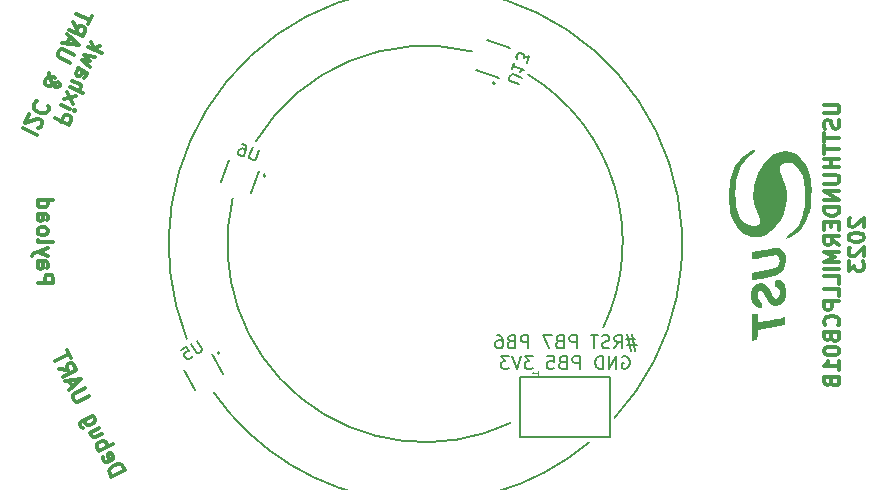
<source format=gbr>
%TF.GenerationSoftware,KiCad,Pcbnew,7.0.5.1-1-g8f565ef7f0-dirty-deb11*%
%TF.CreationDate,2023-07-04T07:58:52+00:00*%
%TF.ProjectId,USTTHUNDERMILLPCB01,55535454-4855-44e4-9445-524d494c4c50,rev?*%
%TF.SameCoordinates,Original*%
%TF.FileFunction,Legend,Bot*%
%TF.FilePolarity,Positive*%
%FSLAX46Y46*%
G04 Gerber Fmt 4.6, Leading zero omitted, Abs format (unit mm)*
G04 Created by KiCad (PCBNEW 7.0.5.1-1-g8f565ef7f0-dirty-deb11) date 2023-07-04 07:58:52*
%MOMM*%
%LPD*%
G01*
G04 APERTURE LIST*
%ADD10C,0.150000*%
%ADD11C,0.200000*%
%ADD12C,0.300000*%
%ADD13C,0.050000*%
%ADD14C,0.127000*%
G04 APERTURE END LIST*
D10*
X15996943Y-14728893D02*
G75*
G03*
X-20199999Y-8050000I-15996943J14728893D01*
G01*
X-17923152Y-12566128D02*
G75*
G03*
X13850000Y-16800000I17823152J12416128D01*
G01*
X-16322018Y3867063D02*
G75*
G03*
X7200000Y-15149998I16322018J-3867063D01*
G01*
X3962401Y16306805D02*
G75*
G03*
X-14350000Y8700000I-3962401J-16306805D01*
G01*
X15057712Y-7051861D02*
G75*
G03*
X8700000Y14349998I-14957712J7201861D01*
G01*
D11*
X17769047Y-8079647D02*
X16983332Y-8079647D01*
X17454761Y-7608219D02*
X17769047Y-9022504D01*
X17088094Y-8551076D02*
X17873809Y-8551076D01*
X17402380Y-9022504D02*
X17088094Y-7608219D01*
X15988094Y-8812980D02*
X16354761Y-8289171D01*
X16616666Y-8812980D02*
X16616666Y-7712980D01*
X16616666Y-7712980D02*
X16197618Y-7712980D01*
X16197618Y-7712980D02*
X16092856Y-7765361D01*
X16092856Y-7765361D02*
X16040475Y-7817742D01*
X16040475Y-7817742D02*
X15988094Y-7922504D01*
X15988094Y-7922504D02*
X15988094Y-8079647D01*
X15988094Y-8079647D02*
X16040475Y-8184409D01*
X16040475Y-8184409D02*
X16092856Y-8236790D01*
X16092856Y-8236790D02*
X16197618Y-8289171D01*
X16197618Y-8289171D02*
X16616666Y-8289171D01*
X15569047Y-8760600D02*
X15411904Y-8812980D01*
X15411904Y-8812980D02*
X15149999Y-8812980D01*
X15149999Y-8812980D02*
X15045237Y-8760600D01*
X15045237Y-8760600D02*
X14992856Y-8708219D01*
X14992856Y-8708219D02*
X14940475Y-8603457D01*
X14940475Y-8603457D02*
X14940475Y-8498695D01*
X14940475Y-8498695D02*
X14992856Y-8393933D01*
X14992856Y-8393933D02*
X15045237Y-8341552D01*
X15045237Y-8341552D02*
X15149999Y-8289171D01*
X15149999Y-8289171D02*
X15359523Y-8236790D01*
X15359523Y-8236790D02*
X15464285Y-8184409D01*
X15464285Y-8184409D02*
X15516666Y-8132028D01*
X15516666Y-8132028D02*
X15569047Y-8027266D01*
X15569047Y-8027266D02*
X15569047Y-7922504D01*
X15569047Y-7922504D02*
X15516666Y-7817742D01*
X15516666Y-7817742D02*
X15464285Y-7765361D01*
X15464285Y-7765361D02*
X15359523Y-7712980D01*
X15359523Y-7712980D02*
X15097618Y-7712980D01*
X15097618Y-7712980D02*
X14940475Y-7765361D01*
X14626190Y-7712980D02*
X13997618Y-7712980D01*
X14311904Y-8812980D02*
X14311904Y-7712980D01*
X12792857Y-8812980D02*
X12792857Y-7712980D01*
X12792857Y-7712980D02*
X12373809Y-7712980D01*
X12373809Y-7712980D02*
X12269047Y-7765361D01*
X12269047Y-7765361D02*
X12216666Y-7817742D01*
X12216666Y-7817742D02*
X12164285Y-7922504D01*
X12164285Y-7922504D02*
X12164285Y-8079647D01*
X12164285Y-8079647D02*
X12216666Y-8184409D01*
X12216666Y-8184409D02*
X12269047Y-8236790D01*
X12269047Y-8236790D02*
X12373809Y-8289171D01*
X12373809Y-8289171D02*
X12792857Y-8289171D01*
X11326190Y-8236790D02*
X11169047Y-8289171D01*
X11169047Y-8289171D02*
X11116666Y-8341552D01*
X11116666Y-8341552D02*
X11064285Y-8446314D01*
X11064285Y-8446314D02*
X11064285Y-8603457D01*
X11064285Y-8603457D02*
X11116666Y-8708219D01*
X11116666Y-8708219D02*
X11169047Y-8760600D01*
X11169047Y-8760600D02*
X11273809Y-8812980D01*
X11273809Y-8812980D02*
X11692857Y-8812980D01*
X11692857Y-8812980D02*
X11692857Y-7712980D01*
X11692857Y-7712980D02*
X11326190Y-7712980D01*
X11326190Y-7712980D02*
X11221428Y-7765361D01*
X11221428Y-7765361D02*
X11169047Y-7817742D01*
X11169047Y-7817742D02*
X11116666Y-7922504D01*
X11116666Y-7922504D02*
X11116666Y-8027266D01*
X11116666Y-8027266D02*
X11169047Y-8132028D01*
X11169047Y-8132028D02*
X11221428Y-8184409D01*
X11221428Y-8184409D02*
X11326190Y-8236790D01*
X11326190Y-8236790D02*
X11692857Y-8236790D01*
X10697619Y-7712980D02*
X9964285Y-7712980D01*
X9964285Y-7712980D02*
X10435714Y-8812980D01*
X8707143Y-8812980D02*
X8707143Y-7712980D01*
X8707143Y-7712980D02*
X8288095Y-7712980D01*
X8288095Y-7712980D02*
X8183333Y-7765361D01*
X8183333Y-7765361D02*
X8130952Y-7817742D01*
X8130952Y-7817742D02*
X8078571Y-7922504D01*
X8078571Y-7922504D02*
X8078571Y-8079647D01*
X8078571Y-8079647D02*
X8130952Y-8184409D01*
X8130952Y-8184409D02*
X8183333Y-8236790D01*
X8183333Y-8236790D02*
X8288095Y-8289171D01*
X8288095Y-8289171D02*
X8707143Y-8289171D01*
X7240476Y-8236790D02*
X7083333Y-8289171D01*
X7083333Y-8289171D02*
X7030952Y-8341552D01*
X7030952Y-8341552D02*
X6978571Y-8446314D01*
X6978571Y-8446314D02*
X6978571Y-8603457D01*
X6978571Y-8603457D02*
X7030952Y-8708219D01*
X7030952Y-8708219D02*
X7083333Y-8760600D01*
X7083333Y-8760600D02*
X7188095Y-8812980D01*
X7188095Y-8812980D02*
X7607143Y-8812980D01*
X7607143Y-8812980D02*
X7607143Y-7712980D01*
X7607143Y-7712980D02*
X7240476Y-7712980D01*
X7240476Y-7712980D02*
X7135714Y-7765361D01*
X7135714Y-7765361D02*
X7083333Y-7817742D01*
X7083333Y-7817742D02*
X7030952Y-7922504D01*
X7030952Y-7922504D02*
X7030952Y-8027266D01*
X7030952Y-8027266D02*
X7083333Y-8132028D01*
X7083333Y-8132028D02*
X7135714Y-8184409D01*
X7135714Y-8184409D02*
X7240476Y-8236790D01*
X7240476Y-8236790D02*
X7607143Y-8236790D01*
X6035714Y-7712980D02*
X6245238Y-7712980D01*
X6245238Y-7712980D02*
X6350000Y-7765361D01*
X6350000Y-7765361D02*
X6402381Y-7817742D01*
X6402381Y-7817742D02*
X6507143Y-7974885D01*
X6507143Y-7974885D02*
X6559524Y-8184409D01*
X6559524Y-8184409D02*
X6559524Y-8603457D01*
X6559524Y-8603457D02*
X6507143Y-8708219D01*
X6507143Y-8708219D02*
X6454762Y-8760600D01*
X6454762Y-8760600D02*
X6350000Y-8812980D01*
X6350000Y-8812980D02*
X6140476Y-8812980D01*
X6140476Y-8812980D02*
X6035714Y-8760600D01*
X6035714Y-8760600D02*
X5983333Y-8708219D01*
X5983333Y-8708219D02*
X5930952Y-8603457D01*
X5930952Y-8603457D02*
X5930952Y-8341552D01*
X5930952Y-8341552D02*
X5983333Y-8236790D01*
X5983333Y-8236790D02*
X6035714Y-8184409D01*
X6035714Y-8184409D02*
X6140476Y-8132028D01*
X6140476Y-8132028D02*
X6350000Y-8132028D01*
X6350000Y-8132028D02*
X6454762Y-8184409D01*
X6454762Y-8184409D02*
X6507143Y-8236790D01*
X6507143Y-8236790D02*
X6559524Y-8341552D01*
X16669046Y-9536361D02*
X16773808Y-9483980D01*
X16773808Y-9483980D02*
X16930951Y-9483980D01*
X16930951Y-9483980D02*
X17088094Y-9536361D01*
X17088094Y-9536361D02*
X17192856Y-9641123D01*
X17192856Y-9641123D02*
X17245237Y-9745885D01*
X17245237Y-9745885D02*
X17297618Y-9955409D01*
X17297618Y-9955409D02*
X17297618Y-10112552D01*
X17297618Y-10112552D02*
X17245237Y-10322076D01*
X17245237Y-10322076D02*
X17192856Y-10426838D01*
X17192856Y-10426838D02*
X17088094Y-10531600D01*
X17088094Y-10531600D02*
X16930951Y-10583980D01*
X16930951Y-10583980D02*
X16826189Y-10583980D01*
X16826189Y-10583980D02*
X16669046Y-10531600D01*
X16669046Y-10531600D02*
X16616665Y-10479219D01*
X16616665Y-10479219D02*
X16616665Y-10112552D01*
X16616665Y-10112552D02*
X16826189Y-10112552D01*
X16145237Y-10583980D02*
X16145237Y-9483980D01*
X16145237Y-9483980D02*
X15516665Y-10583980D01*
X15516665Y-10583980D02*
X15516665Y-9483980D01*
X14992856Y-10583980D02*
X14992856Y-9483980D01*
X14992856Y-9483980D02*
X14730951Y-9483980D01*
X14730951Y-9483980D02*
X14573808Y-9536361D01*
X14573808Y-9536361D02*
X14469046Y-9641123D01*
X14469046Y-9641123D02*
X14416665Y-9745885D01*
X14416665Y-9745885D02*
X14364284Y-9955409D01*
X14364284Y-9955409D02*
X14364284Y-10112552D01*
X14364284Y-10112552D02*
X14416665Y-10322076D01*
X14416665Y-10322076D02*
X14469046Y-10426838D01*
X14469046Y-10426838D02*
X14573808Y-10531600D01*
X14573808Y-10531600D02*
X14730951Y-10583980D01*
X14730951Y-10583980D02*
X14992856Y-10583980D01*
X13054761Y-10583980D02*
X13054761Y-9483980D01*
X13054761Y-9483980D02*
X12635713Y-9483980D01*
X12635713Y-9483980D02*
X12530951Y-9536361D01*
X12530951Y-9536361D02*
X12478570Y-9588742D01*
X12478570Y-9588742D02*
X12426189Y-9693504D01*
X12426189Y-9693504D02*
X12426189Y-9850647D01*
X12426189Y-9850647D02*
X12478570Y-9955409D01*
X12478570Y-9955409D02*
X12530951Y-10007790D01*
X12530951Y-10007790D02*
X12635713Y-10060171D01*
X12635713Y-10060171D02*
X13054761Y-10060171D01*
X11588094Y-10007790D02*
X11430951Y-10060171D01*
X11430951Y-10060171D02*
X11378570Y-10112552D01*
X11378570Y-10112552D02*
X11326189Y-10217314D01*
X11326189Y-10217314D02*
X11326189Y-10374457D01*
X11326189Y-10374457D02*
X11378570Y-10479219D01*
X11378570Y-10479219D02*
X11430951Y-10531600D01*
X11430951Y-10531600D02*
X11535713Y-10583980D01*
X11535713Y-10583980D02*
X11954761Y-10583980D01*
X11954761Y-10583980D02*
X11954761Y-9483980D01*
X11954761Y-9483980D02*
X11588094Y-9483980D01*
X11588094Y-9483980D02*
X11483332Y-9536361D01*
X11483332Y-9536361D02*
X11430951Y-9588742D01*
X11430951Y-9588742D02*
X11378570Y-9693504D01*
X11378570Y-9693504D02*
X11378570Y-9798266D01*
X11378570Y-9798266D02*
X11430951Y-9903028D01*
X11430951Y-9903028D02*
X11483332Y-9955409D01*
X11483332Y-9955409D02*
X11588094Y-10007790D01*
X11588094Y-10007790D02*
X11954761Y-10007790D01*
X10330951Y-9483980D02*
X10854761Y-9483980D01*
X10854761Y-9483980D02*
X10907142Y-10007790D01*
X10907142Y-10007790D02*
X10854761Y-9955409D01*
X10854761Y-9955409D02*
X10749999Y-9903028D01*
X10749999Y-9903028D02*
X10488094Y-9903028D01*
X10488094Y-9903028D02*
X10383332Y-9955409D01*
X10383332Y-9955409D02*
X10330951Y-10007790D01*
X10330951Y-10007790D02*
X10278570Y-10112552D01*
X10278570Y-10112552D02*
X10278570Y-10374457D01*
X10278570Y-10374457D02*
X10330951Y-10479219D01*
X10330951Y-10479219D02*
X10383332Y-10531600D01*
X10383332Y-10531600D02*
X10488094Y-10583980D01*
X10488094Y-10583980D02*
X10749999Y-10583980D01*
X10749999Y-10583980D02*
X10854761Y-10531600D01*
X10854761Y-10531600D02*
X10907142Y-10479219D01*
X9073809Y-9483980D02*
X8392856Y-9483980D01*
X8392856Y-9483980D02*
X8759523Y-9903028D01*
X8759523Y-9903028D02*
X8602380Y-9903028D01*
X8602380Y-9903028D02*
X8497618Y-9955409D01*
X8497618Y-9955409D02*
X8445237Y-10007790D01*
X8445237Y-10007790D02*
X8392856Y-10112552D01*
X8392856Y-10112552D02*
X8392856Y-10374457D01*
X8392856Y-10374457D02*
X8445237Y-10479219D01*
X8445237Y-10479219D02*
X8497618Y-10531600D01*
X8497618Y-10531600D02*
X8602380Y-10583980D01*
X8602380Y-10583980D02*
X8916666Y-10583980D01*
X8916666Y-10583980D02*
X9021428Y-10531600D01*
X9021428Y-10531600D02*
X9073809Y-10479219D01*
X8078571Y-9483980D02*
X7711904Y-10583980D01*
X7711904Y-10583980D02*
X7345237Y-9483980D01*
X7083333Y-9483980D02*
X6402380Y-9483980D01*
X6402380Y-9483980D02*
X6769047Y-9903028D01*
X6769047Y-9903028D02*
X6611904Y-9903028D01*
X6611904Y-9903028D02*
X6507142Y-9955409D01*
X6507142Y-9955409D02*
X6454761Y-10007790D01*
X6454761Y-10007790D02*
X6402380Y-10112552D01*
X6402380Y-10112552D02*
X6402380Y-10374457D01*
X6402380Y-10374457D02*
X6454761Y-10479219D01*
X6454761Y-10479219D02*
X6507142Y-10531600D01*
X6507142Y-10531600D02*
X6611904Y-10583980D01*
X6611904Y-10583980D02*
X6926190Y-10583980D01*
X6926190Y-10583980D02*
X7030952Y-10531600D01*
X7030952Y-10531600D02*
X7083333Y-10479219D01*
D12*
X-31386788Y10629279D02*
X-30208588Y10079875D01*
X-30208588Y10079875D02*
X-29999292Y10528713D01*
X-29999292Y10528713D02*
X-30003072Y10667085D01*
X-30003072Y10667085D02*
X-30033015Y10749352D01*
X-30033015Y10749352D02*
X-30119062Y10857781D01*
X-30119062Y10857781D02*
X-30287377Y10936267D01*
X-30287377Y10936267D02*
X-30425748Y10932486D01*
X-30425748Y10932486D02*
X-30508015Y10902543D01*
X-30508015Y10902543D02*
X-30616444Y10816496D01*
X-30616444Y10816496D02*
X-30825741Y10367658D01*
X-30837385Y11807479D02*
X-30051918Y11441210D01*
X-29659185Y11258075D02*
X-29741451Y11228132D01*
X-29741451Y11228132D02*
X-29771394Y11310399D01*
X-29771394Y11310399D02*
X-29689127Y11340342D01*
X-29689127Y11340342D02*
X-29659185Y11258075D01*
X-29659185Y11258075D02*
X-29771394Y11310399D01*
X-30628088Y12256317D02*
X-29554838Y12507201D01*
X-29842621Y11890048D02*
X-30340305Y12873470D01*
X-30131008Y13322308D02*
X-28952808Y12772904D01*
X-29895550Y13827251D02*
X-29278397Y13539468D01*
X-29278397Y13539468D02*
X-29192350Y13431039D01*
X-29192350Y13431039D02*
X-29188569Y13292667D01*
X-29188569Y13292667D02*
X-29267055Y13124353D01*
X-29267055Y13124353D02*
X-29375484Y13038306D01*
X-29375484Y13038306D02*
X-29457751Y13008363D01*
X-29398470Y14893241D02*
X-28781318Y14605458D01*
X-28781318Y14605458D02*
X-28695270Y14497029D01*
X-28695270Y14497029D02*
X-28691490Y14358658D01*
X-28691490Y14358658D02*
X-28796138Y14134238D01*
X-28796138Y14134238D02*
X-28904567Y14048191D01*
X-29342365Y14867079D02*
X-29450794Y14781031D01*
X-29450794Y14781031D02*
X-29581605Y14500508D01*
X-29581605Y14500508D02*
X-29577824Y14362136D01*
X-29577824Y14362136D02*
X-29491777Y14253707D01*
X-29491777Y14253707D02*
X-29379567Y14201383D01*
X-29379567Y14201383D02*
X-29241196Y14205164D01*
X-29241196Y14205164D02*
X-29132767Y14291211D01*
X-29132767Y14291211D02*
X-29001956Y14571735D01*
X-29001956Y14571735D02*
X-28893527Y14657782D01*
X-28403707Y14975810D02*
X-29084525Y15566498D01*
X-29084525Y15566498D02*
X-28418829Y15529296D01*
X-28418829Y15529296D02*
X-28875229Y16015336D01*
X-28875229Y16015336D02*
X-27985114Y15873486D01*
X-28561284Y16688593D02*
X-27383083Y16139190D01*
X-28060121Y16591506D02*
X-28351987Y17137432D01*
X-27566520Y16771162D02*
X-28224655Y16531621D01*
X-34081634Y9802623D02*
X-32903434Y9253219D01*
X-32780185Y9810486D02*
X-32697918Y9840429D01*
X-32697918Y9840429D02*
X-32589489Y9926476D01*
X-32589489Y9926476D02*
X-32458679Y10207000D01*
X-32458679Y10207000D02*
X-32462459Y10345372D01*
X-32462459Y10345372D02*
X-32492402Y10427639D01*
X-32492402Y10427639D02*
X-32578449Y10536068D01*
X-32578449Y10536068D02*
X-32690659Y10588392D01*
X-32690659Y10588392D02*
X-32885135Y10610773D01*
X-32885135Y10610773D02*
X-33872337Y10251461D01*
X-33872337Y10251461D02*
X-33532230Y10980823D01*
X-32870617Y12106699D02*
X-32952884Y12076756D01*
X-32952884Y12076756D02*
X-33087475Y11934604D01*
X-33087475Y11934604D02*
X-33139799Y11822394D01*
X-33139799Y11822394D02*
X-33162181Y11627918D01*
X-33162181Y11627918D02*
X-33102295Y11463384D01*
X-33102295Y11463384D02*
X-33016248Y11354955D01*
X-33016248Y11354955D02*
X-32817991Y11194202D01*
X-32817991Y11194202D02*
X-32649677Y11115716D01*
X-32649677Y11115716D02*
X-32399095Y11067172D01*
X-32399095Y11067172D02*
X-32260724Y11070953D01*
X-32260724Y11070953D02*
X-32096190Y11130838D01*
X-32096190Y11130838D02*
X-31961599Y11272991D01*
X-31961599Y11272991D02*
X-31909275Y11385200D01*
X-31909275Y11385200D02*
X-31886893Y11579677D01*
X-31886893Y11579677D02*
X-31916836Y11661943D01*
X-31884019Y14515423D02*
X-31910181Y14459318D01*
X-31910181Y14459318D02*
X-31906401Y14320947D01*
X-31906401Y14320947D02*
X-31816573Y14074146D01*
X-31816573Y14074146D02*
X-31610755Y13636650D01*
X-31610755Y13636650D02*
X-31494764Y13445954D01*
X-31494764Y13445954D02*
X-31352612Y13311363D01*
X-31352612Y13311363D02*
X-31240403Y13259039D01*
X-31240403Y13259039D02*
X-31102031Y13262819D01*
X-31102031Y13262819D02*
X-30993602Y13348867D01*
X-30993602Y13348867D02*
X-30967440Y13404972D01*
X-30967440Y13404972D02*
X-30971221Y13543343D01*
X-30971221Y13543343D02*
X-31057268Y13651772D01*
X-31057268Y13651772D02*
X-31113373Y13677934D01*
X-31113373Y13677934D02*
X-31251744Y13674154D01*
X-31251744Y13674154D02*
X-31334011Y13644211D01*
X-31334011Y13644211D02*
X-31715403Y13412231D01*
X-31715403Y13412231D02*
X-31797670Y13382288D01*
X-31797670Y13382288D02*
X-31936041Y13378507D01*
X-31936041Y13378507D02*
X-32104356Y13456994D01*
X-32104356Y13456994D02*
X-32190403Y13565423D01*
X-32190403Y13565423D02*
X-32220346Y13647689D01*
X-32220346Y13647689D02*
X-32224126Y13786061D01*
X-32224126Y13786061D02*
X-32145640Y13954375D01*
X-32145640Y13954375D02*
X-32037211Y14040423D01*
X-32037211Y14040423D02*
X-31954944Y14070366D01*
X-31954944Y14070366D02*
X-31652039Y14134031D01*
X-31652039Y14134031D02*
X-31457563Y14111650D01*
X-31457563Y14111650D02*
X-31345353Y14059326D01*
X-30051767Y15368639D02*
X-31005548Y15813394D01*
X-31005548Y15813394D02*
X-31091596Y15921823D01*
X-31091596Y15921823D02*
X-31121538Y16004090D01*
X-31121538Y16004090D02*
X-31125319Y16142461D01*
X-31125319Y16142461D02*
X-31020671Y16366880D01*
X-31020671Y16366880D02*
X-30912242Y16452928D01*
X-30912242Y16452928D02*
X-30829975Y16482871D01*
X-30829975Y16482871D02*
X-30691603Y16486651D01*
X-30691603Y16486651D02*
X-29737822Y16041896D01*
X-30343935Y16939270D02*
X-30082314Y17500318D01*
X-30732888Y16984033D02*
X-29371553Y16827363D01*
X-29371553Y16827363D02*
X-30366618Y17769500D01*
X-29869539Y18835491D02*
X-29491626Y18181136D01*
X-30183484Y18162233D02*
X-29005284Y17612830D01*
X-29005284Y17612830D02*
X-28795987Y18061668D01*
X-28795987Y18061668D02*
X-28799768Y18200039D01*
X-28799768Y18200039D02*
X-28829710Y18282306D01*
X-28829710Y18282306D02*
X-28915758Y18390735D01*
X-28915758Y18390735D02*
X-29084072Y18469221D01*
X-29084072Y18469221D02*
X-29222444Y18465441D01*
X-29222444Y18465441D02*
X-29304710Y18435498D01*
X-29304710Y18435498D02*
X-29413139Y18349451D01*
X-29413139Y18349451D02*
X-29622436Y17900613D01*
X-28534366Y18622716D02*
X-28220421Y19295973D01*
X-29555594Y19508748D02*
X-28377394Y18959344D01*
X33739304Y11804762D02*
X34791685Y11804762D01*
X34791685Y11804762D02*
X34915495Y11742857D01*
X34915495Y11742857D02*
X34977400Y11680952D01*
X34977400Y11680952D02*
X35039304Y11557143D01*
X35039304Y11557143D02*
X35039304Y11309524D01*
X35039304Y11309524D02*
X34977400Y11185714D01*
X34977400Y11185714D02*
X34915495Y11123809D01*
X34915495Y11123809D02*
X34791685Y11061905D01*
X34791685Y11061905D02*
X33739304Y11061905D01*
X34977400Y10504761D02*
X35039304Y10319047D01*
X35039304Y10319047D02*
X35039304Y10009523D01*
X35039304Y10009523D02*
X34977400Y9885714D01*
X34977400Y9885714D02*
X34915495Y9823809D01*
X34915495Y9823809D02*
X34791685Y9761904D01*
X34791685Y9761904D02*
X34667876Y9761904D01*
X34667876Y9761904D02*
X34544066Y9823809D01*
X34544066Y9823809D02*
X34482161Y9885714D01*
X34482161Y9885714D02*
X34420257Y10009523D01*
X34420257Y10009523D02*
X34358352Y10257142D01*
X34358352Y10257142D02*
X34296447Y10380952D01*
X34296447Y10380952D02*
X34234542Y10442857D01*
X34234542Y10442857D02*
X34110733Y10504761D01*
X34110733Y10504761D02*
X33986923Y10504761D01*
X33986923Y10504761D02*
X33863114Y10442857D01*
X33863114Y10442857D02*
X33801209Y10380952D01*
X33801209Y10380952D02*
X33739304Y10257142D01*
X33739304Y10257142D02*
X33739304Y9947619D01*
X33739304Y9947619D02*
X33801209Y9761904D01*
X33739304Y9390476D02*
X33739304Y8647619D01*
X35039304Y9019047D02*
X33739304Y9019047D01*
X33739304Y8400000D02*
X33739304Y7657143D01*
X35039304Y8028571D02*
X33739304Y8028571D01*
X35039304Y7223810D02*
X33739304Y7223810D01*
X34358352Y7223810D02*
X34358352Y6480953D01*
X35039304Y6480953D02*
X33739304Y6480953D01*
X33739304Y5861905D02*
X34791685Y5861905D01*
X34791685Y5861905D02*
X34915495Y5800000D01*
X34915495Y5800000D02*
X34977400Y5738095D01*
X34977400Y5738095D02*
X35039304Y5614286D01*
X35039304Y5614286D02*
X35039304Y5366667D01*
X35039304Y5366667D02*
X34977400Y5242857D01*
X34977400Y5242857D02*
X34915495Y5180952D01*
X34915495Y5180952D02*
X34791685Y5119048D01*
X34791685Y5119048D02*
X33739304Y5119048D01*
X35039304Y4500000D02*
X33739304Y4500000D01*
X33739304Y4500000D02*
X35039304Y3757143D01*
X35039304Y3757143D02*
X33739304Y3757143D01*
X35039304Y3138095D02*
X33739304Y3138095D01*
X33739304Y3138095D02*
X33739304Y2828571D01*
X33739304Y2828571D02*
X33801209Y2642857D01*
X33801209Y2642857D02*
X33925019Y2519047D01*
X33925019Y2519047D02*
X34048828Y2457142D01*
X34048828Y2457142D02*
X34296447Y2395238D01*
X34296447Y2395238D02*
X34482161Y2395238D01*
X34482161Y2395238D02*
X34729780Y2457142D01*
X34729780Y2457142D02*
X34853590Y2519047D01*
X34853590Y2519047D02*
X34977400Y2642857D01*
X34977400Y2642857D02*
X35039304Y2828571D01*
X35039304Y2828571D02*
X35039304Y3138095D01*
X34358352Y1838095D02*
X34358352Y1404761D01*
X35039304Y1219047D02*
X35039304Y1838095D01*
X35039304Y1838095D02*
X33739304Y1838095D01*
X33739304Y1838095D02*
X33739304Y1219047D01*
X35039304Y-80952D02*
X34420257Y352381D01*
X35039304Y661905D02*
X33739304Y661905D01*
X33739304Y661905D02*
X33739304Y166667D01*
X33739304Y166667D02*
X33801209Y42857D01*
X33801209Y42857D02*
X33863114Y-19048D01*
X33863114Y-19048D02*
X33986923Y-80952D01*
X33986923Y-80952D02*
X34172638Y-80952D01*
X34172638Y-80952D02*
X34296447Y-19048D01*
X34296447Y-19048D02*
X34358352Y42857D01*
X34358352Y42857D02*
X34420257Y166667D01*
X34420257Y166667D02*
X34420257Y661905D01*
X35039304Y-638095D02*
X33739304Y-638095D01*
X33739304Y-638095D02*
X34667876Y-1071429D01*
X34667876Y-1071429D02*
X33739304Y-1504762D01*
X33739304Y-1504762D02*
X35039304Y-1504762D01*
X35039304Y-2123809D02*
X33739304Y-2123809D01*
X35039304Y-3361905D02*
X35039304Y-2742857D01*
X35039304Y-2742857D02*
X33739304Y-2742857D01*
X35039304Y-4414286D02*
X35039304Y-3795238D01*
X35039304Y-3795238D02*
X33739304Y-3795238D01*
X35039304Y-4847619D02*
X33739304Y-4847619D01*
X33739304Y-4847619D02*
X33739304Y-5342857D01*
X33739304Y-5342857D02*
X33801209Y-5466667D01*
X33801209Y-5466667D02*
X33863114Y-5528572D01*
X33863114Y-5528572D02*
X33986923Y-5590476D01*
X33986923Y-5590476D02*
X34172638Y-5590476D01*
X34172638Y-5590476D02*
X34296447Y-5528572D01*
X34296447Y-5528572D02*
X34358352Y-5466667D01*
X34358352Y-5466667D02*
X34420257Y-5342857D01*
X34420257Y-5342857D02*
X34420257Y-4847619D01*
X34915495Y-6890476D02*
X34977400Y-6828572D01*
X34977400Y-6828572D02*
X35039304Y-6642857D01*
X35039304Y-6642857D02*
X35039304Y-6519048D01*
X35039304Y-6519048D02*
X34977400Y-6333334D01*
X34977400Y-6333334D02*
X34853590Y-6209524D01*
X34853590Y-6209524D02*
X34729780Y-6147619D01*
X34729780Y-6147619D02*
X34482161Y-6085715D01*
X34482161Y-6085715D02*
X34296447Y-6085715D01*
X34296447Y-6085715D02*
X34048828Y-6147619D01*
X34048828Y-6147619D02*
X33925019Y-6209524D01*
X33925019Y-6209524D02*
X33801209Y-6333334D01*
X33801209Y-6333334D02*
X33739304Y-6519048D01*
X33739304Y-6519048D02*
X33739304Y-6642857D01*
X33739304Y-6642857D02*
X33801209Y-6828572D01*
X33801209Y-6828572D02*
X33863114Y-6890476D01*
X34358352Y-7880953D02*
X34420257Y-8066667D01*
X34420257Y-8066667D02*
X34482161Y-8128572D01*
X34482161Y-8128572D02*
X34605971Y-8190476D01*
X34605971Y-8190476D02*
X34791685Y-8190476D01*
X34791685Y-8190476D02*
X34915495Y-8128572D01*
X34915495Y-8128572D02*
X34977400Y-8066667D01*
X34977400Y-8066667D02*
X35039304Y-7942857D01*
X35039304Y-7942857D02*
X35039304Y-7447619D01*
X35039304Y-7447619D02*
X33739304Y-7447619D01*
X33739304Y-7447619D02*
X33739304Y-7880953D01*
X33739304Y-7880953D02*
X33801209Y-8004762D01*
X33801209Y-8004762D02*
X33863114Y-8066667D01*
X33863114Y-8066667D02*
X33986923Y-8128572D01*
X33986923Y-8128572D02*
X34110733Y-8128572D01*
X34110733Y-8128572D02*
X34234542Y-8066667D01*
X34234542Y-8066667D02*
X34296447Y-8004762D01*
X34296447Y-8004762D02*
X34358352Y-7880953D01*
X34358352Y-7880953D02*
X34358352Y-7447619D01*
X33739304Y-8995238D02*
X33739304Y-9119048D01*
X33739304Y-9119048D02*
X33801209Y-9242857D01*
X33801209Y-9242857D02*
X33863114Y-9304762D01*
X33863114Y-9304762D02*
X33986923Y-9366667D01*
X33986923Y-9366667D02*
X34234542Y-9428572D01*
X34234542Y-9428572D02*
X34544066Y-9428572D01*
X34544066Y-9428572D02*
X34791685Y-9366667D01*
X34791685Y-9366667D02*
X34915495Y-9304762D01*
X34915495Y-9304762D02*
X34977400Y-9242857D01*
X34977400Y-9242857D02*
X35039304Y-9119048D01*
X35039304Y-9119048D02*
X35039304Y-8995238D01*
X35039304Y-8995238D02*
X34977400Y-8871429D01*
X34977400Y-8871429D02*
X34915495Y-8809524D01*
X34915495Y-8809524D02*
X34791685Y-8747619D01*
X34791685Y-8747619D02*
X34544066Y-8685715D01*
X34544066Y-8685715D02*
X34234542Y-8685715D01*
X34234542Y-8685715D02*
X33986923Y-8747619D01*
X33986923Y-8747619D02*
X33863114Y-8809524D01*
X33863114Y-8809524D02*
X33801209Y-8871429D01*
X33801209Y-8871429D02*
X33739304Y-8995238D01*
X35039304Y-10666667D02*
X35039304Y-9923810D01*
X35039304Y-10295238D02*
X33739304Y-10295238D01*
X33739304Y-10295238D02*
X33925019Y-10171429D01*
X33925019Y-10171429D02*
X34048828Y-10047619D01*
X34048828Y-10047619D02*
X34110733Y-9923810D01*
X34358352Y-11657143D02*
X34420257Y-11842857D01*
X34420257Y-11842857D02*
X34482161Y-11904762D01*
X34482161Y-11904762D02*
X34605971Y-11966666D01*
X34605971Y-11966666D02*
X34791685Y-11966666D01*
X34791685Y-11966666D02*
X34915495Y-11904762D01*
X34915495Y-11904762D02*
X34977400Y-11842857D01*
X34977400Y-11842857D02*
X35039304Y-11719047D01*
X35039304Y-11719047D02*
X35039304Y-11223809D01*
X35039304Y-11223809D02*
X33739304Y-11223809D01*
X33739304Y-11223809D02*
X33739304Y-11657143D01*
X33739304Y-11657143D02*
X33801209Y-11780952D01*
X33801209Y-11780952D02*
X33863114Y-11842857D01*
X33863114Y-11842857D02*
X33986923Y-11904762D01*
X33986923Y-11904762D02*
X34110733Y-11904762D01*
X34110733Y-11904762D02*
X34234542Y-11842857D01*
X34234542Y-11842857D02*
X34296447Y-11780952D01*
X34296447Y-11780952D02*
X34358352Y-11657143D01*
X34358352Y-11657143D02*
X34358352Y-11223809D01*
X35956114Y2178571D02*
X35894209Y2116667D01*
X35894209Y2116667D02*
X35832304Y1992857D01*
X35832304Y1992857D02*
X35832304Y1683333D01*
X35832304Y1683333D02*
X35894209Y1559524D01*
X35894209Y1559524D02*
X35956114Y1497619D01*
X35956114Y1497619D02*
X36079923Y1435714D01*
X36079923Y1435714D02*
X36203733Y1435714D01*
X36203733Y1435714D02*
X36389447Y1497619D01*
X36389447Y1497619D02*
X37132304Y2240476D01*
X37132304Y2240476D02*
X37132304Y1435714D01*
X35832304Y630953D02*
X35832304Y507143D01*
X35832304Y507143D02*
X35894209Y383334D01*
X35894209Y383334D02*
X35956114Y321429D01*
X35956114Y321429D02*
X36079923Y259524D01*
X36079923Y259524D02*
X36327542Y197619D01*
X36327542Y197619D02*
X36637066Y197619D01*
X36637066Y197619D02*
X36884685Y259524D01*
X36884685Y259524D02*
X37008495Y321429D01*
X37008495Y321429D02*
X37070400Y383334D01*
X37070400Y383334D02*
X37132304Y507143D01*
X37132304Y507143D02*
X37132304Y630953D01*
X37132304Y630953D02*
X37070400Y754762D01*
X37070400Y754762D02*
X37008495Y816667D01*
X37008495Y816667D02*
X36884685Y878572D01*
X36884685Y878572D02*
X36637066Y940476D01*
X36637066Y940476D02*
X36327542Y940476D01*
X36327542Y940476D02*
X36079923Y878572D01*
X36079923Y878572D02*
X35956114Y816667D01*
X35956114Y816667D02*
X35894209Y754762D01*
X35894209Y754762D02*
X35832304Y630953D01*
X35956114Y-297619D02*
X35894209Y-359523D01*
X35894209Y-359523D02*
X35832304Y-483333D01*
X35832304Y-483333D02*
X35832304Y-792857D01*
X35832304Y-792857D02*
X35894209Y-916666D01*
X35894209Y-916666D02*
X35956114Y-978571D01*
X35956114Y-978571D02*
X36079923Y-1040476D01*
X36079923Y-1040476D02*
X36203733Y-1040476D01*
X36203733Y-1040476D02*
X36389447Y-978571D01*
X36389447Y-978571D02*
X37132304Y-235714D01*
X37132304Y-235714D02*
X37132304Y-1040476D01*
X35832304Y-1473809D02*
X35832304Y-2278571D01*
X35832304Y-2278571D02*
X36327542Y-1845237D01*
X36327542Y-1845237D02*
X36327542Y-2030952D01*
X36327542Y-2030952D02*
X36389447Y-2154761D01*
X36389447Y-2154761D02*
X36451352Y-2216666D01*
X36451352Y-2216666D02*
X36575161Y-2278571D01*
X36575161Y-2278571D02*
X36884685Y-2278571D01*
X36884685Y-2278571D02*
X37008495Y-2216666D01*
X37008495Y-2216666D02*
X37070400Y-2154761D01*
X37070400Y-2154761D02*
X37132304Y-2030952D01*
X37132304Y-2030952D02*
X37132304Y-1659523D01*
X37132304Y-1659523D02*
X37070400Y-1535714D01*
X37070400Y-1535714D02*
X37008495Y-1473809D01*
X-26597734Y-19686546D02*
X-25429302Y-19116663D01*
X-25429302Y-19116663D02*
X-25564988Y-18838465D01*
X-25564988Y-18838465D02*
X-25702039Y-18698683D01*
X-25702039Y-18698683D02*
X-25867593Y-18641678D01*
X-25867593Y-18641678D02*
X-26006010Y-18640313D01*
X-26006010Y-18640313D02*
X-26255705Y-18693223D01*
X-26255705Y-18693223D02*
X-26422624Y-18774635D01*
X-26422624Y-18774635D02*
X-26618046Y-18938823D01*
X-26618046Y-18938823D02*
X-26702188Y-19048737D01*
X-26702188Y-19048737D02*
X-26759192Y-19214291D01*
X-26759192Y-19214291D02*
X-26733420Y-19408347D01*
X-26733420Y-19408347D02*
X-26597734Y-19686546D01*
X-27329075Y-18045859D02*
X-27330440Y-18184275D01*
X-27330440Y-18184275D02*
X-27221891Y-18406834D01*
X-27221891Y-18406834D02*
X-27111977Y-18490976D01*
X-27111977Y-18490976D02*
X-26973560Y-18492341D01*
X-26973560Y-18492341D02*
X-26528443Y-18275243D01*
X-26528443Y-18275243D02*
X-26444301Y-18165329D01*
X-26444301Y-18165329D02*
X-26442936Y-18026912D01*
X-26442936Y-18026912D02*
X-26551485Y-17804354D01*
X-26551485Y-17804354D02*
X-26661399Y-17720212D01*
X-26661399Y-17720212D02*
X-26799816Y-17718847D01*
X-26799816Y-17718847D02*
X-26911095Y-17773121D01*
X-26911095Y-17773121D02*
X-26751002Y-18383792D01*
X-27656087Y-17516600D02*
X-26487655Y-16946717D01*
X-26932772Y-17163815D02*
X-26931407Y-17025399D01*
X-26931407Y-17025399D02*
X-27039956Y-16802840D01*
X-27039956Y-16802840D02*
X-27149870Y-16718698D01*
X-27149870Y-16718698D02*
X-27232647Y-16690196D01*
X-27232647Y-16690196D02*
X-27371063Y-16688831D01*
X-27371063Y-16688831D02*
X-27704901Y-16851654D01*
X-27704901Y-16851654D02*
X-27789043Y-16961568D01*
X-27789043Y-16961568D02*
X-27817546Y-17044345D01*
X-27817546Y-17044345D02*
X-27818911Y-17182762D01*
X-27818911Y-17182762D02*
X-27710362Y-17405320D01*
X-27710362Y-17405320D02*
X-27600448Y-17489462D01*
X-27636975Y-15578769D02*
X-28415930Y-15958690D01*
X-27392740Y-16079525D02*
X-28004776Y-16378035D01*
X-28004776Y-16378035D02*
X-28143193Y-16376670D01*
X-28143193Y-16376670D02*
X-28253107Y-16292528D01*
X-28253107Y-16292528D02*
X-28334519Y-16125609D01*
X-28334519Y-16125609D02*
X-28333153Y-15987193D01*
X-28333153Y-15987193D02*
X-28304651Y-15904416D01*
X-28152583Y-14521616D02*
X-29098457Y-14982950D01*
X-29098457Y-14982950D02*
X-29182599Y-15092864D01*
X-29182599Y-15092864D02*
X-29211101Y-15175641D01*
X-29211101Y-15175641D02*
X-29212466Y-15314057D01*
X-29212466Y-15314057D02*
X-29131055Y-15480976D01*
X-29131055Y-15480976D02*
X-29021140Y-15565118D01*
X-28875898Y-14874401D02*
X-28877264Y-15012817D01*
X-28877264Y-15012817D02*
X-28768714Y-15235376D01*
X-28768714Y-15235376D02*
X-28658800Y-15319518D01*
X-28658800Y-15319518D02*
X-28576023Y-15348020D01*
X-28576023Y-15348020D02*
X-28437607Y-15349385D01*
X-28437607Y-15349385D02*
X-28103769Y-15186562D01*
X-28103769Y-15186562D02*
X-28019627Y-15076647D01*
X-28019627Y-15076647D02*
X-27991125Y-14993870D01*
X-27991125Y-14993870D02*
X-27989760Y-14855454D01*
X-27989760Y-14855454D02*
X-28098309Y-14632895D01*
X-28098309Y-14632895D02*
X-28208223Y-14548753D01*
X-28468674Y-12885026D02*
X-29414548Y-13346359D01*
X-29414548Y-13346359D02*
X-29552965Y-13344994D01*
X-29552965Y-13344994D02*
X-29635741Y-13316491D01*
X-29635741Y-13316491D02*
X-29745656Y-13232349D01*
X-29745656Y-13232349D02*
X-29854205Y-13009791D01*
X-29854205Y-13009791D02*
X-29852840Y-12871374D01*
X-29852840Y-12871374D02*
X-29824337Y-12788598D01*
X-29824337Y-12788598D02*
X-29740195Y-12678683D01*
X-29740195Y-12678683D02*
X-28794321Y-12217350D01*
X-29873151Y-12123652D02*
X-30144524Y-11567256D01*
X-30152715Y-12397755D02*
X-29174243Y-11438395D01*
X-29174243Y-11438395D02*
X-30532636Y-11618800D01*
X-31048244Y-10561647D02*
X-30301887Y-10679751D01*
X-30722597Y-11229322D02*
X-29554165Y-10659440D01*
X-29554165Y-10659440D02*
X-29771263Y-10214323D01*
X-29771263Y-10214323D02*
X-29881177Y-10130181D01*
X-29881177Y-10130181D02*
X-29963954Y-10101678D01*
X-29963954Y-10101678D02*
X-30102371Y-10100313D01*
X-30102371Y-10100313D02*
X-30269290Y-10181725D01*
X-30269290Y-10181725D02*
X-30353432Y-10291639D01*
X-30353432Y-10291639D02*
X-30381934Y-10374416D01*
X-30381934Y-10374416D02*
X-30383299Y-10512833D01*
X-30383299Y-10512833D02*
X-30166201Y-10957950D01*
X-30042636Y-9657926D02*
X-30368283Y-8990251D01*
X-31373892Y-9893971D02*
X-30205459Y-9324089D01*
X-32835805Y-3328570D02*
X-31535805Y-3328570D01*
X-31535805Y-3328570D02*
X-31535805Y-2833332D01*
X-31535805Y-2833332D02*
X-31597710Y-2709522D01*
X-31597710Y-2709522D02*
X-31659615Y-2647617D01*
X-31659615Y-2647617D02*
X-31783424Y-2585713D01*
X-31783424Y-2585713D02*
X-31969139Y-2585713D01*
X-31969139Y-2585713D02*
X-32092948Y-2647617D01*
X-32092948Y-2647617D02*
X-32154853Y-2709522D01*
X-32154853Y-2709522D02*
X-32216758Y-2833332D01*
X-32216758Y-2833332D02*
X-32216758Y-3328570D01*
X-32835805Y-1471427D02*
X-32154853Y-1471427D01*
X-32154853Y-1471427D02*
X-32031043Y-1533332D01*
X-32031043Y-1533332D02*
X-31969139Y-1657141D01*
X-31969139Y-1657141D02*
X-31969139Y-1904760D01*
X-31969139Y-1904760D02*
X-32031043Y-2028570D01*
X-32773900Y-1471427D02*
X-32835805Y-1595236D01*
X-32835805Y-1595236D02*
X-32835805Y-1904760D01*
X-32835805Y-1904760D02*
X-32773900Y-2028570D01*
X-32773900Y-2028570D02*
X-32650091Y-2090474D01*
X-32650091Y-2090474D02*
X-32526281Y-2090474D01*
X-32526281Y-2090474D02*
X-32402472Y-2028570D01*
X-32402472Y-2028570D02*
X-32340567Y-1904760D01*
X-32340567Y-1904760D02*
X-32340567Y-1595236D01*
X-32340567Y-1595236D02*
X-32278662Y-1471427D01*
X-31969139Y-976189D02*
X-32835805Y-666665D01*
X-31969139Y-357142D02*
X-32835805Y-666665D01*
X-32835805Y-666665D02*
X-33145329Y-790475D01*
X-33145329Y-790475D02*
X-33207234Y-852380D01*
X-33207234Y-852380D02*
X-33269139Y-976189D01*
X-32835805Y323811D02*
X-32773900Y200001D01*
X-32773900Y200001D02*
X-32650091Y138096D01*
X-32650091Y138096D02*
X-31535805Y138096D01*
X-32835805Y1004763D02*
X-32773900Y880953D01*
X-32773900Y880953D02*
X-32711996Y819048D01*
X-32711996Y819048D02*
X-32588186Y757144D01*
X-32588186Y757144D02*
X-32216758Y757144D01*
X-32216758Y757144D02*
X-32092948Y819048D01*
X-32092948Y819048D02*
X-32031043Y880953D01*
X-32031043Y880953D02*
X-31969139Y1004763D01*
X-31969139Y1004763D02*
X-31969139Y1190477D01*
X-31969139Y1190477D02*
X-32031043Y1314286D01*
X-32031043Y1314286D02*
X-32092948Y1376191D01*
X-32092948Y1376191D02*
X-32216758Y1438096D01*
X-32216758Y1438096D02*
X-32588186Y1438096D01*
X-32588186Y1438096D02*
X-32711996Y1376191D01*
X-32711996Y1376191D02*
X-32773900Y1314286D01*
X-32773900Y1314286D02*
X-32835805Y1190477D01*
X-32835805Y1190477D02*
X-32835805Y1004763D01*
X-32835805Y2552381D02*
X-32154853Y2552381D01*
X-32154853Y2552381D02*
X-32031043Y2490476D01*
X-32031043Y2490476D02*
X-31969139Y2366667D01*
X-31969139Y2366667D02*
X-31969139Y2119048D01*
X-31969139Y2119048D02*
X-32031043Y1995238D01*
X-32773900Y2552381D02*
X-32835805Y2428572D01*
X-32835805Y2428572D02*
X-32835805Y2119048D01*
X-32835805Y2119048D02*
X-32773900Y1995238D01*
X-32773900Y1995238D02*
X-32650091Y1933334D01*
X-32650091Y1933334D02*
X-32526281Y1933334D01*
X-32526281Y1933334D02*
X-32402472Y1995238D01*
X-32402472Y1995238D02*
X-32340567Y2119048D01*
X-32340567Y2119048D02*
X-32340567Y2428572D01*
X-32340567Y2428572D02*
X-32278662Y2552381D01*
X-32835805Y3728571D02*
X-31535805Y3728571D01*
X-32773900Y3728571D02*
X-32835805Y3604762D01*
X-32835805Y3604762D02*
X-32835805Y3357143D01*
X-32835805Y3357143D02*
X-32773900Y3233333D01*
X-32773900Y3233333D02*
X-32711996Y3171428D01*
X-32711996Y3171428D02*
X-32588186Y3109524D01*
X-32588186Y3109524D02*
X-32216758Y3109524D01*
X-32216758Y3109524D02*
X-32092948Y3171428D01*
X-32092948Y3171428D02*
X-32031043Y3233333D01*
X-32031043Y3233333D02*
X-31969139Y3357143D01*
X-31969139Y3357143D02*
X-31969139Y3604762D01*
X-31969139Y3604762D02*
X-32031043Y3728571D01*
D10*
%TO.C,U6*%
X-14102984Y7983385D02*
X-14379858Y7222682D01*
X-14379858Y7222682D02*
X-14457178Y7149474D01*
X-14457178Y7149474D02*
X-14518212Y7121013D01*
X-14518212Y7121013D02*
X-14623994Y7108839D01*
X-14623994Y7108839D02*
X-14802983Y7173986D01*
X-14802983Y7173986D02*
X-14876190Y7251307D01*
X-14876190Y7251307D02*
X-14904651Y7312341D01*
X-14904651Y7312341D02*
X-14916825Y7418122D01*
X-14916825Y7418122D02*
X-14639952Y8178825D01*
X-15490150Y8488272D02*
X-15311161Y8423125D01*
X-15311161Y8423125D02*
X-15237953Y8345805D01*
X-15237953Y8345805D02*
X-15209492Y8284771D01*
X-15209492Y8284771D02*
X-15168858Y8117956D01*
X-15168858Y8117956D02*
X-15189257Y7922680D01*
X-15189257Y7922680D02*
X-15319550Y7564702D01*
X-15319550Y7564702D02*
X-15396871Y7491494D01*
X-15396871Y7491494D02*
X-15457905Y7463033D01*
X-15457905Y7463033D02*
X-15563686Y7450859D01*
X-15563686Y7450859D02*
X-15742675Y7516006D01*
X-15742675Y7516006D02*
X-15815883Y7593327D01*
X-15815883Y7593327D02*
X-15844344Y7654361D01*
X-15844344Y7654361D02*
X-15856518Y7760142D01*
X-15856518Y7760142D02*
X-15775084Y7983878D01*
X-15775084Y7983878D02*
X-15697764Y8057086D01*
X-15697764Y8057086D02*
X-15636730Y8085547D01*
X-15636730Y8085547D02*
X-15530948Y8097721D01*
X-15530948Y8097721D02*
X-15351959Y8032574D01*
X-15351959Y8032574D02*
X-15278752Y7955253D01*
X-15278752Y7955253D02*
X-15250291Y7894219D01*
X-15250291Y7894219D02*
X-15238117Y7788438D01*
%TO.C,U13*%
X7938849Y13550110D02*
X7178145Y13826984D01*
X7178145Y13826984D02*
X7104937Y13904304D01*
X7104937Y13904304D02*
X7076477Y13965338D01*
X7076477Y13965338D02*
X7064303Y14071119D01*
X7064303Y14071119D02*
X7129449Y14250108D01*
X7129449Y14250108D02*
X7206770Y14323316D01*
X7206770Y14323316D02*
X7267804Y14351777D01*
X7267804Y14351777D02*
X7373585Y14363951D01*
X7373585Y14363951D02*
X8134289Y14087077D01*
X7536616Y15368790D02*
X7341176Y14831823D01*
X7438896Y15100306D02*
X8378589Y14758286D01*
X8378589Y14758286D02*
X8211774Y14717652D01*
X8211774Y14717652D02*
X8089706Y14660731D01*
X8089706Y14660731D02*
X8012385Y14587523D01*
X8590316Y15340001D02*
X8802042Y15921715D01*
X8802042Y15921715D02*
X8330058Y15738778D01*
X8330058Y15738778D02*
X8378918Y15873020D01*
X8378918Y15873020D02*
X8366744Y15978801D01*
X8366744Y15978801D02*
X8338283Y16039835D01*
X8338283Y16039835D02*
X8265075Y16117155D01*
X8265075Y16117155D02*
X8041339Y16198589D01*
X8041339Y16198589D02*
X7935558Y16186415D01*
X7935558Y16186415D02*
X7874524Y16157954D01*
X7874524Y16157954D02*
X7797203Y16084746D01*
X7797203Y16084746D02*
X7699483Y15816263D01*
X7699483Y15816263D02*
X7711657Y15710482D01*
X7711657Y15710482D02*
X7740118Y15649448D01*
%TO.C,U5*%
X-19356313Y-8176858D02*
X-18951551Y-8877926D01*
X-18951551Y-8877926D02*
X-18945171Y-8984214D01*
X-18945171Y-8984214D02*
X-18962601Y-9049263D01*
X-18962601Y-9049263D02*
X-19021270Y-9138121D01*
X-19021270Y-9138121D02*
X-19186228Y-9233359D01*
X-19186228Y-9233359D02*
X-19292516Y-9239739D01*
X-19292516Y-9239739D02*
X-19357564Y-9222309D01*
X-19357564Y-9222309D02*
X-19446423Y-9163640D01*
X-19446423Y-9163640D02*
X-19851185Y-8462572D01*
X-20675971Y-8938762D02*
X-20263578Y-8700667D01*
X-20263578Y-8700667D02*
X-19984243Y-9089251D01*
X-19984243Y-9089251D02*
X-20049292Y-9071821D01*
X-20049292Y-9071821D02*
X-20155580Y-9078201D01*
X-20155580Y-9078201D02*
X-20361777Y-9197248D01*
X-20361777Y-9197248D02*
X-20420446Y-9286107D01*
X-20420446Y-9286107D02*
X-20437876Y-9351155D01*
X-20437876Y-9351155D02*
X-20431496Y-9457443D01*
X-20431496Y-9457443D02*
X-20312448Y-9663640D01*
X-20312448Y-9663640D02*
X-20223590Y-9722309D01*
X-20223590Y-9722309D02*
X-20158541Y-9739739D01*
X-20158541Y-9739739D02*
X-20052253Y-9733359D01*
X-20052253Y-9733359D02*
X-19846056Y-9614312D01*
X-19846056Y-9614312D02*
X-19787387Y-9525453D01*
X-19787387Y-9525453D02*
X-19769958Y-9460404D01*
D13*
%TO.C,J4*%
X9511109Y-11047657D02*
X9511109Y-10761943D01*
X9511109Y-10904800D02*
X9011109Y-10904800D01*
X9011109Y-10904800D02*
X9082538Y-10857181D01*
X9082538Y-10857181D02*
X9130157Y-10809562D01*
X9130157Y-10809562D02*
X9153966Y-10761943D01*
D14*
%TO.C,U6*%
X-14057468Y6189661D02*
X-14741508Y4310276D01*
X-16632226Y7126796D02*
X-17316266Y5247411D01*
D11*
X-13525472Y5787414D02*
G75*
G03*
X-13525472Y5787414I-100000J0D01*
G01*
D14*
%TO.C,U13*%
X6189661Y14057468D02*
X4310276Y14741508D01*
X7126796Y16632226D02*
X5247411Y17316266D01*
D11*
X5887414Y13625472D02*
G75*
G03*
X5887414Y13625472I-100000J0D01*
G01*
D14*
%TO.C,U5*%
X-18100296Y-9292175D02*
X-17100296Y-11024225D01*
X-20473206Y-10662175D02*
X-19473206Y-12394225D01*
D11*
X-17414476Y-9219806D02*
G75*
G03*
X-17414476Y-9219806I-100000J0D01*
G01*
%TO.C,G1*%
G36*
X28147514Y-6270140D02*
G01*
X28151175Y-6407335D01*
X28180261Y-6573485D01*
X28241815Y-6625415D01*
X28273168Y-6622325D01*
X28427964Y-6597230D01*
X28681004Y-6551004D01*
X29005688Y-6488587D01*
X29375414Y-6414917D01*
X29563830Y-6376837D01*
X29903399Y-6308653D01*
X30178702Y-6253968D01*
X30365323Y-6217613D01*
X30438847Y-6204420D01*
X30445588Y-6216646D01*
X30458044Y-6325555D01*
X30462983Y-6510603D01*
X30462983Y-6816785D01*
X28153745Y-7274797D01*
X28133088Y-7704388D01*
X28129176Y-7784292D01*
X28113302Y-7986911D01*
X28079620Y-8093503D01*
X28009070Y-8138441D01*
X27882587Y-8156100D01*
X27652743Y-8178221D01*
X27672090Y-7068531D01*
X27691436Y-5958840D01*
X28147514Y-5914866D01*
X28147514Y-6270140D01*
G37*
G36*
X29820317Y-310592D02*
G01*
X29982940Y-365519D01*
X30176908Y-495795D01*
X30354693Y-663575D01*
X30468767Y-831018D01*
X30497595Y-968725D01*
X30514258Y-1198834D01*
X30514265Y-1468542D01*
X30480273Y-1800145D01*
X30367538Y-2133528D01*
X30165367Y-2381511D01*
X29861021Y-2565487D01*
X29753715Y-2604436D01*
X29514584Y-2674087D01*
X29201735Y-2754858D01*
X28850032Y-2838791D01*
X28494338Y-2917927D01*
X28169517Y-2984307D01*
X27910434Y-3029971D01*
X27751953Y-3046962D01*
X27730242Y-3043043D01*
X27674233Y-2954822D01*
X27656353Y-2741935D01*
X27656353Y-2436908D01*
X28375552Y-2311245D01*
X28860744Y-2220536D01*
X29255538Y-2130845D01*
X29544014Y-2042618D01*
X29743423Y-1950526D01*
X29871014Y-1849239D01*
X29958540Y-1694828D01*
X30002513Y-1454602D01*
X29977470Y-1213734D01*
X29882551Y-1033143D01*
X29875432Y-1026113D01*
X29819277Y-982166D01*
X29745293Y-958857D01*
X29629553Y-957705D01*
X29448131Y-980231D01*
X29177101Y-1027955D01*
X28792536Y-1102398D01*
X28675863Y-1125211D01*
X28331585Y-1191089D01*
X28042552Y-1244294D01*
X27836213Y-1279859D01*
X27740021Y-1292818D01*
X27724300Y-1289027D01*
X27674391Y-1194448D01*
X27656353Y-989849D01*
X27656353Y-686880D01*
X28662695Y-498689D01*
X28801802Y-472932D01*
X29160197Y-408977D01*
X29467887Y-357426D01*
X29695845Y-323020D01*
X29815046Y-310498D01*
X29820317Y-310592D01*
G37*
G36*
X30019307Y-3084320D02*
G01*
X30259168Y-3239710D01*
X30432326Y-3494500D01*
X30465786Y-3590110D01*
X30515651Y-3874384D01*
X30526097Y-4197393D01*
X30497267Y-4501290D01*
X30429302Y-4728229D01*
X30261150Y-4966842D01*
X29989924Y-5156679D01*
X29662227Y-5222100D01*
X29549393Y-5217555D01*
X29330985Y-5165740D01*
X29149426Y-5039601D01*
X28980820Y-4818600D01*
X28801269Y-4482199D01*
X28739599Y-4357562D01*
X28587364Y-4093045D01*
X28458644Y-3950195D01*
X28342070Y-3919293D01*
X28226272Y-3990619D01*
X28145879Y-4119492D01*
X28115068Y-4345339D01*
X28171374Y-4577360D01*
X28308895Y-4760565D01*
X28342601Y-4788733D01*
X28464733Y-4950918D01*
X28498342Y-5172111D01*
X28489362Y-5331209D01*
X28442570Y-5413917D01*
X28332390Y-5432597D01*
X28282971Y-5428591D01*
X28067164Y-5341747D01*
X27854763Y-5167113D01*
X27690034Y-4938726D01*
X27652986Y-4841096D01*
X27604976Y-4606066D01*
X27586188Y-4345028D01*
X27590224Y-4212060D01*
X27662522Y-3830219D01*
X27823270Y-3553266D01*
X28069749Y-3384602D01*
X28399244Y-3327625D01*
X28464874Y-3329383D01*
X28703262Y-3378966D01*
X28903237Y-3510631D01*
X29086035Y-3743027D01*
X29272897Y-4094806D01*
X29327859Y-4209345D01*
X29465064Y-4458143D01*
X29582588Y-4594454D01*
X29697908Y-4633926D01*
X29828503Y-4592207D01*
X29841319Y-4584881D01*
X29967289Y-4437898D01*
X30023121Y-4225768D01*
X30010828Y-3996239D01*
X29932420Y-3797062D01*
X29789909Y-3675982D01*
X29698765Y-3627796D01*
X29636498Y-3523536D01*
X29620994Y-3329361D01*
X29621232Y-3279702D01*
X29635296Y-3123820D01*
X29691007Y-3059531D01*
X29815879Y-3046962D01*
X30019307Y-3084320D01*
G37*
G36*
X27937016Y7898895D02*
G01*
X27935380Y7882452D01*
X27878383Y7828729D01*
X27844058Y7811141D01*
X27721874Y7716054D01*
X27539251Y7557014D01*
X27321010Y7355110D01*
X27292657Y7328053D01*
X27020633Y7046829D01*
X26814352Y6776262D01*
X26653153Y6478862D01*
X26516375Y6117135D01*
X26383359Y5653591D01*
X26315388Y5328079D01*
X26257513Y4810739D01*
X26242179Y4256005D01*
X26267444Y3698644D01*
X26331365Y3173422D01*
X26432001Y2715105D01*
X26567410Y2358458D01*
X26760160Y2063126D01*
X27066479Y1770045D01*
X27419601Y1580893D01*
X27793200Y1513812D01*
X27891952Y1518060D01*
X28149528Y1591582D01*
X28300984Y1753950D01*
X28345483Y2001922D01*
X28282187Y2332257D01*
X28110260Y2741712D01*
X28086912Y2788632D01*
X27846441Y3421989D01*
X27745929Y4054496D01*
X27785059Y4688060D01*
X27826428Y4896132D01*
X27982693Y5439669D01*
X28199501Y5977628D01*
X28461911Y6483202D01*
X28754981Y6929583D01*
X29063769Y7289965D01*
X29373332Y7537539D01*
X29485228Y7601352D01*
X29986997Y7809244D01*
X30469723Y7878208D01*
X30932567Y7808343D01*
X31374693Y7599748D01*
X31795262Y7252521D01*
X31808148Y7239324D01*
X32124435Y6841262D01*
X32374893Y6359511D01*
X32572913Y5768520D01*
X32628032Y5486591D01*
X32671126Y5057819D01*
X32690473Y4564391D01*
X32686515Y4046187D01*
X32659697Y3543085D01*
X32610462Y3094967D01*
X32539253Y2741712D01*
X32502446Y2616534D01*
X32236216Y1946229D01*
X31884535Y1385984D01*
X31448129Y936764D01*
X30927723Y599531D01*
X30714184Y500234D01*
X30549691Y437839D01*
X30473368Y427552D01*
X30482833Y455515D01*
X30570973Y562182D01*
X30730816Y726064D01*
X30941779Y925291D01*
X31012181Y990251D01*
X31344663Y1328243D01*
X31588951Y1650527D01*
X31774350Y2001603D01*
X31930170Y2425967D01*
X31981394Y2602464D01*
X32103345Y3226453D01*
X32158605Y3898710D01*
X32147241Y4576266D01*
X32069321Y5216148D01*
X31924912Y5775384D01*
X31807384Y6049105D01*
X31579445Y6398501D01*
X31306909Y6663428D01*
X31008290Y6834404D01*
X30702104Y6901948D01*
X30406866Y6856580D01*
X30141091Y6688818D01*
X30055940Y6588743D01*
X29981989Y6370756D01*
X30021743Y6101942D01*
X30175763Y5767381D01*
X30223871Y5679285D01*
X30468507Y5065772D01*
X30591160Y4397401D01*
X30590263Y3689439D01*
X30464247Y2957151D01*
X30339633Y2569209D01*
X30065750Y2005449D01*
X29708234Y1497494D01*
X29287680Y1072948D01*
X28824682Y759416D01*
X28429496Y616184D01*
X27992338Y561401D01*
X27563335Y596858D01*
X27191229Y723624D01*
X27159519Y740737D01*
X26729887Y1053752D01*
X26355140Y1480890D01*
X26049121Y2003112D01*
X25825674Y2601381D01*
X25787203Y2789106D01*
X25749262Y3141105D01*
X25727895Y3571127D01*
X25722738Y4043800D01*
X25733429Y4523753D01*
X25759606Y4975616D01*
X25800906Y5364019D01*
X25856965Y5653591D01*
X25920702Y5860042D01*
X26058267Y6222175D01*
X26217039Y6566835D01*
X26378158Y6854580D01*
X26522763Y7045967D01*
X26616510Y7151384D01*
X26682804Y7253800D01*
X26691470Y7267669D01*
X26787381Y7356528D01*
X26962902Y7491224D01*
X27188226Y7648483D01*
X27207775Y7661503D01*
X27509449Y7844205D01*
X27739267Y7947252D01*
X27885649Y7966773D01*
X27937016Y7898895D01*
G37*
D10*
%TO.C,J4*%
X15632400Y-11285800D02*
X8012400Y-11285800D01*
X8012400Y-11285800D02*
X8012400Y-16365800D01*
X15632400Y-16365800D02*
X15632400Y-11285800D01*
X8012400Y-16365800D02*
X15632400Y-16365800D01*
%TD*%
M02*

</source>
